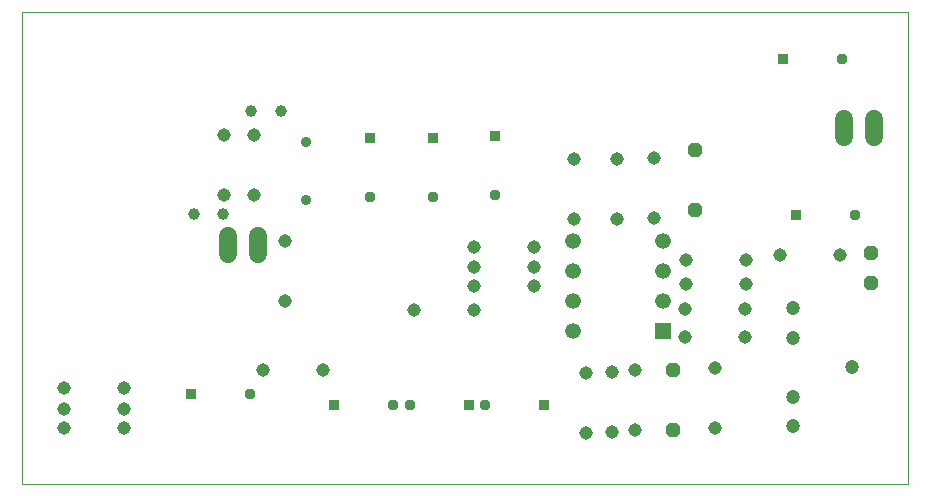
<source format=gts>
G75*
%MOIN*%
%OFA0B0*%
%FSLAX25Y25*%
%IPPOS*%
%LPD*%
%AMOC8*
5,1,8,0,0,1.08239X$1,22.5*
%
%ADD10C,0.00039*%
%ADD11C,0.03740*%
%ADD12R,0.03740X0.03740*%
%ADD13C,0.03937*%
%ADD14OC8,0.04800*%
%ADD15R,0.05250X0.05250*%
%ADD16C,0.05250*%
%ADD17C,0.04500*%
%ADD18C,0.03500*%
%ADD19C,0.04724*%
%ADD20C,0.06000*%
D10*
X0030978Y0001256D02*
X0030978Y0158736D01*
X0326339Y0158736D01*
X0326339Y0001256D01*
X0030978Y0001256D01*
D11*
X0106981Y0031354D03*
X0154655Y0027528D03*
X0160186Y0027587D03*
X0185277Y0027756D03*
X0308670Y0090962D03*
X0304241Y0142958D03*
X0188694Y0097496D03*
X0167796Y0096917D03*
X0146812Y0096902D03*
D12*
X0146812Y0116587D03*
X0167796Y0116602D03*
X0188694Y0117181D03*
X0284556Y0142958D03*
X0288985Y0090962D03*
X0204962Y0027756D03*
X0179871Y0027587D03*
X0134970Y0027528D03*
X0087296Y0031354D03*
D13*
X0088139Y0091213D03*
X0097981Y0091213D03*
X0107332Y0125760D03*
X0117174Y0125760D03*
D14*
X0255194Y0112555D03*
X0255194Y0092555D03*
X0313828Y0078311D03*
X0313828Y0068311D03*
X0247800Y0039398D03*
X0247800Y0019398D03*
D15*
X0244627Y0052280D03*
D16*
X0244627Y0062280D03*
X0244627Y0072280D03*
X0244627Y0082280D03*
X0214627Y0082280D03*
X0214627Y0072280D03*
X0214627Y0062280D03*
X0214627Y0052280D03*
D17*
X0218828Y0038366D03*
X0227730Y0038780D03*
X0235147Y0039366D03*
X0252056Y0050350D03*
X0252056Y0059598D03*
X0252367Y0068087D03*
X0252367Y0076083D03*
X0272367Y0076083D03*
X0283619Y0077720D03*
X0272367Y0068087D03*
X0272056Y0059598D03*
X0272056Y0050350D03*
X0262060Y0039937D03*
X0262060Y0019937D03*
X0235147Y0019366D03*
X0227730Y0018780D03*
X0218828Y0018366D03*
X0181686Y0059268D03*
X0181596Y0067169D03*
X0181580Y0073732D03*
X0181580Y0080248D03*
X0201580Y0080248D03*
X0201580Y0073732D03*
X0201596Y0067169D03*
X0214899Y0089697D03*
X0229107Y0089626D03*
X0241422Y0090114D03*
X0241422Y0110114D03*
X0229107Y0109626D03*
X0214899Y0109697D03*
X0303619Y0077720D03*
X0161686Y0059268D03*
X0131155Y0039260D03*
X0111155Y0039260D03*
X0118615Y0062331D03*
X0118615Y0082331D03*
X0108123Y0097791D03*
X0098123Y0097791D03*
X0098123Y0117791D03*
X0108123Y0117791D03*
X0064745Y0033435D03*
X0064745Y0026171D03*
X0064745Y0019891D03*
X0044745Y0019891D03*
X0044745Y0026171D03*
X0044745Y0033435D03*
D18*
X0125623Y0096091D03*
X0125623Y0115291D03*
D19*
X0288009Y0059862D03*
X0288009Y0050020D03*
X0307694Y0040177D03*
X0288009Y0030335D03*
X0288009Y0020492D03*
D20*
X0304906Y0116994D02*
X0304906Y0122994D01*
X0314906Y0122994D02*
X0314906Y0116994D01*
X0109481Y0083980D02*
X0109481Y0077980D01*
X0099481Y0077980D02*
X0099481Y0083980D01*
M02*

</source>
